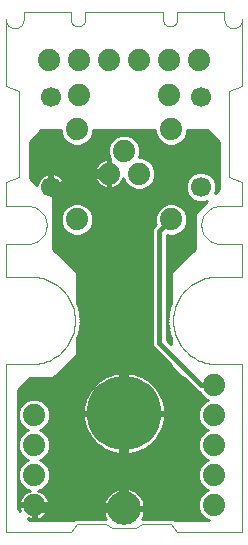
<source format=gtl>
G75*
%MOIN*%
%OFA0B0*%
%FSLAX24Y24*%
%IPPOS*%
%LPD*%
%AMOC8*
5,1,8,0,0,1.08239X$1,22.5*
%
%ADD10C,0.0000*%
%ADD11C,0.0740*%
%ADD12C,0.0669*%
%ADD13C,0.2480*%
%ADD14C,0.0320*%
%ADD15C,0.0100*%
%ADD16C,0.1122*%
%ADD17C,0.0160*%
D10*
X000100Y000100D02*
X000100Y005691D01*
X000946Y005691D01*
X000946Y005690D02*
X001022Y005692D01*
X001098Y005698D01*
X001174Y005708D01*
X001249Y005722D01*
X001323Y005740D01*
X001396Y005761D01*
X001468Y005787D01*
X001539Y005816D01*
X001607Y005849D01*
X001675Y005885D01*
X001740Y005925D01*
X001802Y005968D01*
X001863Y006015D01*
X001921Y006064D01*
X001976Y006117D01*
X002029Y006172D01*
X002078Y006230D01*
X002125Y006291D01*
X002168Y006353D01*
X002208Y006419D01*
X002244Y006486D01*
X002277Y006554D01*
X002306Y006625D01*
X002332Y006697D01*
X002353Y006770D01*
X002371Y006844D01*
X002385Y006919D01*
X002395Y006995D01*
X002401Y007071D01*
X002403Y007147D01*
X002401Y007223D01*
X002395Y007299D01*
X002385Y007375D01*
X002371Y007450D01*
X002353Y007524D01*
X002332Y007597D01*
X002306Y007669D01*
X002277Y007740D01*
X002244Y007808D01*
X002208Y007876D01*
X002168Y007941D01*
X002125Y008003D01*
X002078Y008064D01*
X002029Y008122D01*
X001976Y008177D01*
X001921Y008230D01*
X001863Y008279D01*
X001802Y008326D01*
X001740Y008369D01*
X001674Y008409D01*
X001607Y008445D01*
X001539Y008478D01*
X001468Y008507D01*
X001396Y008533D01*
X001323Y008554D01*
X001249Y008572D01*
X001174Y008586D01*
X001098Y008596D01*
X001022Y008602D01*
X000946Y008604D01*
X000100Y008604D01*
X000100Y009706D01*
X000828Y009706D01*
X000877Y009708D01*
X000927Y009714D01*
X000975Y009723D01*
X001023Y009737D01*
X001069Y009754D01*
X001114Y009775D01*
X001157Y009799D01*
X001198Y009826D01*
X001237Y009857D01*
X001273Y009891D01*
X001307Y009927D01*
X001338Y009966D01*
X001365Y010007D01*
X001389Y010050D01*
X001410Y010095D01*
X001427Y010141D01*
X001441Y010189D01*
X001450Y010237D01*
X001456Y010287D01*
X001458Y010336D01*
X001456Y010385D01*
X001450Y010435D01*
X001441Y010483D01*
X001427Y010531D01*
X001410Y010577D01*
X001389Y010622D01*
X001365Y010665D01*
X001338Y010706D01*
X001307Y010745D01*
X001273Y010781D01*
X001237Y010815D01*
X001198Y010846D01*
X001157Y010873D01*
X001114Y010897D01*
X001069Y010918D01*
X001023Y010935D01*
X000975Y010949D01*
X000927Y010958D01*
X000877Y010964D01*
X000828Y010966D01*
X000100Y010966D01*
X000100Y011754D01*
X000533Y011950D01*
X000533Y014785D01*
X000100Y014982D01*
X000100Y017187D01*
X000102Y017154D01*
X000107Y017121D01*
X000117Y017090D01*
X000129Y017059D01*
X000145Y017030D01*
X000164Y017003D01*
X000186Y016978D01*
X000211Y016956D01*
X000238Y016937D01*
X000267Y016921D01*
X000298Y016909D01*
X000329Y016899D01*
X000362Y016894D01*
X000395Y016892D01*
X000428Y016894D01*
X000461Y016899D01*
X000492Y016909D01*
X000523Y016921D01*
X000552Y016937D01*
X000579Y016956D01*
X000604Y016978D01*
X000626Y017003D01*
X000645Y017030D01*
X000661Y017059D01*
X000673Y017090D01*
X000683Y017121D01*
X000688Y017154D01*
X000690Y017187D01*
X000691Y017187D02*
X000691Y017423D01*
X002265Y017423D01*
X002265Y017187D01*
X002266Y017187D02*
X002268Y017157D01*
X002273Y017128D01*
X002283Y017100D01*
X002295Y017073D01*
X002311Y017048D01*
X002330Y017025D01*
X002352Y017005D01*
X002376Y016988D01*
X002402Y016973D01*
X002429Y016963D01*
X002458Y016955D01*
X002487Y016951D01*
X002517Y016951D01*
X002546Y016955D01*
X002575Y016963D01*
X002602Y016973D01*
X002628Y016988D01*
X002652Y017005D01*
X002674Y017025D01*
X002693Y017048D01*
X002709Y017073D01*
X002721Y017100D01*
X002731Y017128D01*
X002736Y017157D01*
X002738Y017187D01*
X002738Y017423D01*
X005336Y017423D01*
X005336Y017187D01*
X005338Y017157D01*
X005343Y017128D01*
X005353Y017100D01*
X005365Y017073D01*
X005381Y017048D01*
X005400Y017025D01*
X005422Y017005D01*
X005446Y016988D01*
X005472Y016973D01*
X005499Y016963D01*
X005528Y016955D01*
X005557Y016951D01*
X005587Y016951D01*
X005616Y016955D01*
X005645Y016963D01*
X005672Y016973D01*
X005698Y016988D01*
X005722Y017005D01*
X005744Y017025D01*
X005763Y017048D01*
X005779Y017073D01*
X005791Y017100D01*
X005801Y017128D01*
X005806Y017157D01*
X005808Y017187D01*
X005809Y017187D02*
X005809Y017423D01*
X007383Y017423D01*
X007383Y017187D01*
X007384Y017187D02*
X007386Y017154D01*
X007391Y017121D01*
X007401Y017090D01*
X007413Y017059D01*
X007429Y017030D01*
X007448Y017003D01*
X007470Y016978D01*
X007495Y016956D01*
X007522Y016937D01*
X007551Y016921D01*
X007582Y016909D01*
X007613Y016899D01*
X007646Y016894D01*
X007679Y016892D01*
X007712Y016894D01*
X007745Y016899D01*
X007776Y016909D01*
X007807Y016921D01*
X007836Y016937D01*
X007863Y016956D01*
X007888Y016978D01*
X007910Y017003D01*
X007929Y017030D01*
X007945Y017059D01*
X007957Y017090D01*
X007967Y017121D01*
X007972Y017154D01*
X007974Y017187D01*
X007974Y014982D01*
X007541Y014785D01*
X007541Y011950D01*
X007974Y011754D01*
X007974Y010966D01*
X007246Y010966D01*
X007197Y010964D01*
X007147Y010958D01*
X007099Y010949D01*
X007051Y010935D01*
X007005Y010918D01*
X006960Y010897D01*
X006917Y010873D01*
X006876Y010846D01*
X006837Y010815D01*
X006801Y010781D01*
X006767Y010745D01*
X006736Y010706D01*
X006709Y010665D01*
X006685Y010622D01*
X006664Y010577D01*
X006647Y010531D01*
X006633Y010483D01*
X006624Y010435D01*
X006618Y010385D01*
X006616Y010336D01*
X006618Y010287D01*
X006624Y010237D01*
X006633Y010189D01*
X006647Y010141D01*
X006664Y010095D01*
X006685Y010050D01*
X006709Y010007D01*
X006736Y009966D01*
X006767Y009927D01*
X006801Y009891D01*
X006837Y009857D01*
X006876Y009826D01*
X006917Y009799D01*
X006960Y009775D01*
X007005Y009754D01*
X007051Y009737D01*
X007099Y009723D01*
X007147Y009714D01*
X007197Y009708D01*
X007246Y009706D01*
X007974Y009706D01*
X007974Y008604D01*
X007128Y008604D01*
X007052Y008602D01*
X006976Y008596D01*
X006900Y008586D01*
X006825Y008572D01*
X006751Y008554D01*
X006678Y008533D01*
X006606Y008507D01*
X006535Y008478D01*
X006467Y008445D01*
X006400Y008409D01*
X006334Y008369D01*
X006272Y008326D01*
X006211Y008279D01*
X006153Y008230D01*
X006098Y008177D01*
X006045Y008122D01*
X005996Y008064D01*
X005949Y008003D01*
X005906Y007941D01*
X005866Y007876D01*
X005830Y007808D01*
X005797Y007740D01*
X005768Y007669D01*
X005742Y007597D01*
X005721Y007524D01*
X005703Y007450D01*
X005689Y007375D01*
X005679Y007299D01*
X005673Y007223D01*
X005671Y007147D01*
X005673Y007071D01*
X005679Y006995D01*
X005689Y006919D01*
X005703Y006844D01*
X005721Y006770D01*
X005742Y006697D01*
X005768Y006625D01*
X005797Y006554D01*
X005830Y006486D01*
X005866Y006419D01*
X005906Y006353D01*
X005949Y006291D01*
X005996Y006230D01*
X006045Y006172D01*
X006098Y006117D01*
X006153Y006064D01*
X006211Y006015D01*
X006272Y005968D01*
X006334Y005925D01*
X006399Y005885D01*
X006467Y005849D01*
X006535Y005816D01*
X006606Y005787D01*
X006678Y005761D01*
X006751Y005740D01*
X006825Y005722D01*
X006900Y005708D01*
X006976Y005698D01*
X007052Y005692D01*
X007128Y005690D01*
X007128Y005691D02*
X007974Y005691D01*
X007974Y000100D01*
X005809Y000100D01*
X005612Y000376D01*
X004628Y000376D01*
X004431Y000218D01*
X003643Y000218D01*
X003446Y000376D01*
X002462Y000376D01*
X002265Y000100D01*
X000100Y000100D01*
D11*
X001037Y001006D03*
X001037Y002006D03*
X001037Y003006D03*
X001037Y004006D03*
X002462Y010521D03*
X003537Y012049D03*
X004037Y012799D03*
X004537Y012049D03*
X005612Y013521D03*
X005537Y014667D03*
X005537Y015824D03*
X004537Y015824D03*
X003537Y015824D03*
X002537Y015824D03*
X002537Y014667D03*
X002462Y013521D03*
X001537Y015824D03*
X005612Y010521D03*
X006537Y015824D03*
X007037Y005006D03*
X007037Y004006D03*
X007037Y003006D03*
X007037Y002006D03*
X007037Y001006D03*
D12*
X006600Y011600D03*
X006600Y014600D03*
X001600Y014600D03*
X001600Y011600D03*
D13*
X004037Y004057D03*
D14*
X004037Y000887D02*
X001155Y000887D01*
X001037Y001006D01*
X004037Y000887D02*
X004037Y007427D01*
X001797Y009667D01*
X001797Y011403D01*
X002443Y012049D01*
X003537Y012049D01*
X001797Y011403D02*
X001600Y011600D01*
D15*
X001650Y011625D02*
X003272Y011625D01*
X003276Y011622D02*
X003346Y011587D01*
X003420Y011562D01*
X003498Y011550D01*
X003507Y011550D01*
X003507Y012019D01*
X003038Y012019D01*
X003038Y012010D01*
X003051Y011932D01*
X003075Y011857D01*
X003110Y011787D01*
X003157Y011724D01*
X003212Y011668D01*
X003276Y011622D01*
X003157Y011723D02*
X002047Y011723D01*
X002052Y011709D02*
X002029Y011778D01*
X001996Y011843D01*
X001953Y011902D01*
X001902Y011953D01*
X001843Y011996D01*
X001778Y012029D01*
X001709Y012052D01*
X001650Y012061D01*
X001650Y011650D01*
X001550Y011650D01*
X001550Y012061D01*
X001491Y012052D01*
X001422Y012029D01*
X001357Y011996D01*
X001298Y011953D01*
X001247Y011902D01*
X001204Y011843D01*
X001171Y011778D01*
X001148Y011709D01*
X001140Y011658D01*
X000887Y011911D01*
X000887Y013092D01*
X001281Y013486D01*
X001922Y013486D01*
X001922Y013414D01*
X002004Y013215D01*
X002156Y013063D01*
X002355Y012981D01*
X002570Y012981D01*
X002768Y013063D01*
X002920Y013215D01*
X003002Y013414D01*
X003002Y013486D01*
X005072Y013486D01*
X005072Y013414D01*
X005154Y013215D01*
X005306Y013063D01*
X005504Y012981D01*
X005719Y012981D01*
X005918Y013063D01*
X006070Y013215D01*
X006152Y013414D01*
X006152Y013486D01*
X006793Y013486D01*
X007187Y013092D01*
X007187Y011517D01*
X007059Y011390D01*
X007105Y011500D01*
X007105Y011700D01*
X007028Y011886D01*
X006886Y012028D01*
X006700Y012105D01*
X006500Y012105D01*
X006314Y012028D01*
X006172Y011886D01*
X006095Y011700D01*
X006095Y011500D01*
X006172Y011314D01*
X006314Y011172D01*
X006500Y011095D01*
X006700Y011095D01*
X006810Y011141D01*
X006399Y010730D01*
X006399Y009549D01*
X005612Y008761D01*
X005612Y007744D01*
X005551Y007610D01*
X005484Y007147D01*
X005551Y006684D01*
X005612Y006550D01*
X005612Y006359D01*
X005468Y006503D01*
X005468Y009996D01*
X005504Y009981D01*
X005719Y009981D01*
X005918Y010063D01*
X006070Y010215D01*
X006152Y010414D01*
X006152Y010629D01*
X006070Y010827D01*
X005918Y010979D01*
X005719Y011061D01*
X005504Y011061D01*
X005306Y010979D01*
X005154Y010827D01*
X005072Y010629D01*
X005072Y010414D01*
X005095Y010358D01*
X005076Y010339D01*
X005006Y010269D01*
X004968Y010177D01*
X004968Y006349D01*
X005006Y006258D01*
X005612Y005652D01*
X005612Y005612D01*
X006006Y005218D01*
X006046Y005218D01*
X006400Y004864D01*
X006470Y004794D01*
X006555Y004759D01*
X006579Y004700D01*
X006731Y004548D01*
X006833Y004506D01*
X006731Y004463D01*
X006579Y004311D01*
X006497Y004113D01*
X006497Y003898D01*
X006579Y003700D01*
X006731Y003548D01*
X006833Y003506D01*
X006731Y003463D01*
X006579Y003311D01*
X006497Y003113D01*
X006497Y002898D01*
X006579Y002700D01*
X006731Y002548D01*
X006833Y002506D01*
X006731Y002463D01*
X006579Y002311D01*
X006497Y002113D01*
X006497Y001898D01*
X006579Y001700D01*
X006731Y001548D01*
X006833Y001506D01*
X006731Y001463D01*
X006579Y001311D01*
X006497Y001113D01*
X006497Y000898D01*
X006579Y000700D01*
X006731Y000548D01*
X006862Y000494D01*
X005736Y000494D01*
X006861Y000494D01*
X006686Y000593D02*
X004661Y000593D01*
X004657Y000582D02*
X004692Y000665D01*
X004715Y000753D01*
X004726Y000837D01*
X004087Y000837D01*
X004087Y000937D01*
X004726Y000937D01*
X004715Y001022D01*
X004692Y001110D01*
X004657Y001193D01*
X004612Y001271D01*
X004557Y001343D01*
X004493Y001407D01*
X004421Y001462D01*
X004343Y001507D01*
X004259Y001542D01*
X004172Y001565D01*
X004087Y001577D01*
X004087Y000937D01*
X003987Y000937D01*
X003987Y000837D01*
X003348Y000837D01*
X003359Y000753D01*
X003382Y000665D01*
X003417Y000582D01*
X003438Y000546D01*
X003437Y000546D01*
X002517Y000546D01*
X002504Y000555D01*
X002448Y000546D01*
X002392Y000546D01*
X002381Y000534D01*
X002365Y000532D01*
X002338Y000494D01*
X000887Y000494D01*
X000830Y000551D01*
X000846Y000543D01*
X000920Y000519D01*
X000987Y000508D01*
X000987Y000956D01*
X000540Y000956D01*
X000551Y000889D01*
X000575Y000814D01*
X000583Y000798D01*
X000494Y000887D01*
X000494Y004824D01*
X000887Y005218D01*
X001675Y005218D01*
X002462Y006006D01*
X002462Y006550D01*
X002523Y006684D01*
X002523Y006684D01*
X002590Y007147D01*
X002590Y007147D01*
X002523Y007610D01*
X002462Y007744D01*
X002462Y008761D01*
X001675Y009549D01*
X001675Y011124D01*
X001658Y011140D01*
X001709Y011148D01*
X001778Y011171D01*
X001843Y011204D01*
X001902Y011247D01*
X001953Y011298D01*
X001996Y011357D01*
X002029Y011422D01*
X002052Y011491D01*
X002061Y011550D01*
X001650Y011550D01*
X001650Y011650D01*
X002061Y011650D01*
X002052Y011709D01*
X002007Y011822D02*
X003093Y011822D01*
X003054Y011920D02*
X001935Y011920D01*
X001799Y012019D02*
X003038Y012019D01*
X003038Y012079D02*
X003507Y012079D01*
X003507Y012548D01*
X003498Y012548D01*
X003420Y012535D01*
X003346Y012511D01*
X000887Y012511D01*
X000887Y012413D02*
X003195Y012413D01*
X003212Y012429D02*
X003157Y012374D01*
X003110Y012310D01*
X003075Y012240D01*
X003051Y012166D01*
X003038Y012088D01*
X003038Y012079D01*
X003043Y012117D02*
X000887Y012117D01*
X000887Y012019D02*
X001401Y012019D01*
X001550Y012019D02*
X001650Y012019D01*
X001650Y011920D02*
X001550Y011920D01*
X001550Y011822D02*
X001650Y011822D01*
X001650Y011723D02*
X001550Y011723D01*
X001666Y011132D02*
X006411Y011132D01*
X006256Y011231D02*
X001880Y011231D01*
X001976Y011329D02*
X006166Y011329D01*
X006125Y011428D02*
X002031Y011428D01*
X002057Y011526D02*
X004388Y011526D01*
X004430Y011509D02*
X004644Y011509D01*
X004843Y011591D01*
X004995Y011743D01*
X005077Y011941D01*
X005077Y012156D01*
X004995Y012355D01*
X004843Y012507D01*
X004644Y012589D01*
X004535Y012589D01*
X004577Y012691D01*
X004577Y012906D01*
X004495Y013105D01*
X004343Y013257D01*
X004144Y013339D01*
X003930Y013339D01*
X003731Y013257D01*
X003579Y013105D01*
X003497Y012906D01*
X003497Y012691D01*
X003567Y012522D01*
X003567Y012079D01*
X003507Y012079D01*
X003507Y012019D01*
X003567Y012019D01*
X003567Y011550D01*
X003576Y011550D01*
X003654Y011562D01*
X003728Y011587D01*
X003798Y011622D01*
X003862Y011668D01*
X003917Y011724D01*
X003964Y011787D01*
X003999Y011857D01*
X004014Y011901D01*
X004079Y011743D01*
X004231Y011591D01*
X004430Y011509D01*
X004198Y011625D02*
X003802Y011625D01*
X003917Y011723D02*
X004099Y011723D01*
X004047Y011822D02*
X003981Y011822D01*
X003567Y011822D02*
X003507Y011822D01*
X003507Y011920D02*
X003567Y011920D01*
X003567Y012019D02*
X003507Y012019D01*
X003507Y012117D02*
X003567Y012117D01*
X003567Y012216D02*
X003507Y012216D01*
X003507Y012314D02*
X003567Y012314D01*
X003567Y012413D02*
X003507Y012413D01*
X003507Y012511D02*
X003567Y012511D01*
X003531Y012610D02*
X000887Y012610D01*
X000887Y012708D02*
X003497Y012708D01*
X003497Y012807D02*
X000887Y012807D01*
X000887Y012905D02*
X003497Y012905D01*
X003537Y013004D02*
X002623Y013004D01*
X002807Y013102D02*
X003578Y013102D01*
X003675Y013201D02*
X002905Y013201D01*
X002955Y013299D02*
X003834Y013299D01*
X004240Y013299D02*
X005119Y013299D01*
X005079Y013398D02*
X002995Y013398D01*
X003346Y012511D02*
X003276Y012475D01*
X003212Y012429D01*
X003113Y012314D02*
X000887Y012314D01*
X000887Y012216D02*
X003067Y012216D01*
X003507Y011723D02*
X003567Y011723D01*
X003567Y011625D02*
X003507Y011625D01*
X002920Y010827D02*
X003002Y010629D01*
X003002Y010414D01*
X002920Y010215D01*
X002768Y010063D01*
X002570Y009981D01*
X002355Y009981D01*
X002156Y010063D01*
X002004Y010215D01*
X001922Y010414D01*
X001922Y010629D01*
X002004Y010827D01*
X002156Y010979D01*
X002355Y011061D01*
X002570Y011061D01*
X002768Y010979D01*
X002920Y010827D01*
X002911Y010837D02*
X005163Y010837D01*
X005117Y010738D02*
X002957Y010738D01*
X002998Y010640D02*
X005076Y010640D01*
X005072Y010541D02*
X003002Y010541D01*
X003002Y010443D02*
X005072Y010443D01*
X005081Y010344D02*
X002973Y010344D01*
X002932Y010246D02*
X004996Y010246D01*
X004968Y010147D02*
X002852Y010147D01*
X002732Y010049D02*
X004968Y010049D01*
X004968Y009950D02*
X001675Y009950D01*
X001675Y009852D02*
X004968Y009852D01*
X004968Y009753D02*
X001675Y009753D01*
X001675Y009655D02*
X004968Y009655D01*
X004968Y009556D02*
X001675Y009556D01*
X001766Y009458D02*
X004968Y009458D01*
X004968Y009359D02*
X001865Y009359D01*
X001963Y009261D02*
X004968Y009261D01*
X004968Y009162D02*
X002062Y009162D01*
X002160Y009064D02*
X004968Y009064D01*
X004968Y008965D02*
X002259Y008965D01*
X002357Y008867D02*
X004968Y008867D01*
X004968Y008768D02*
X002456Y008768D01*
X002462Y008670D02*
X004968Y008670D01*
X004968Y008571D02*
X002462Y008571D01*
X002462Y008473D02*
X004968Y008473D01*
X004968Y008374D02*
X002462Y008374D01*
X002462Y008276D02*
X004968Y008276D01*
X004968Y008177D02*
X002462Y008177D01*
X002462Y008079D02*
X004968Y008079D01*
X004968Y007980D02*
X002462Y007980D01*
X002462Y007882D02*
X004968Y007882D01*
X004968Y007783D02*
X002462Y007783D01*
X002489Y007685D02*
X004968Y007685D01*
X004968Y007586D02*
X002527Y007586D01*
X002523Y007610D02*
X002523Y007610D01*
X002541Y007488D02*
X004968Y007488D01*
X004968Y007389D02*
X002555Y007389D01*
X002569Y007291D02*
X004968Y007291D01*
X004968Y007192D02*
X002583Y007192D01*
X002582Y007094D02*
X004968Y007094D01*
X004968Y006995D02*
X002568Y006995D01*
X002554Y006897D02*
X004968Y006897D01*
X004968Y006798D02*
X002540Y006798D01*
X002526Y006700D02*
X004968Y006700D01*
X004968Y006601D02*
X002485Y006601D01*
X002462Y006503D02*
X004968Y006503D01*
X004968Y006404D02*
X002462Y006404D01*
X002462Y006306D02*
X004986Y006306D01*
X005057Y006207D02*
X002462Y006207D01*
X002462Y006109D02*
X005155Y006109D01*
X005254Y006010D02*
X002462Y006010D01*
X002368Y005912D02*
X005352Y005912D01*
X005451Y005813D02*
X002270Y005813D01*
X002171Y005715D02*
X005549Y005715D01*
X005612Y005616D02*
X002073Y005616D01*
X001974Y005518D02*
X005706Y005518D01*
X005805Y005419D02*
X004171Y005419D01*
X004104Y005426D02*
X004087Y005426D01*
X004087Y004107D01*
X003987Y004107D01*
X003987Y005426D01*
X003970Y005426D01*
X003836Y005412D01*
X003704Y005386D01*
X003575Y005347D01*
X003451Y005296D01*
X003332Y005232D01*
X003221Y005158D01*
X003117Y005072D01*
X003021Y004977D01*
X002936Y004873D01*
X002861Y004761D01*
X002798Y004643D01*
X002747Y004518D01*
X002708Y004390D01*
X002681Y004258D01*
X002668Y004124D01*
X002668Y004107D01*
X003987Y004107D01*
X003987Y004007D01*
X002668Y004007D01*
X002668Y003989D01*
X002681Y003856D01*
X002708Y003724D01*
X002747Y003595D01*
X002798Y003471D01*
X002861Y003352D01*
X002936Y003240D01*
X003021Y003136D01*
X003117Y003041D01*
X003221Y002956D01*
X003332Y002881D01*
X003451Y002818D01*
X003575Y002766D01*
X003704Y002727D01*
X003836Y002701D01*
X003970Y002688D01*
X003987Y002688D01*
X003987Y004007D01*
X004087Y004007D01*
X004087Y004107D01*
X005406Y004107D01*
X005406Y004124D01*
X005393Y004258D01*
X005366Y004390D01*
X005327Y004518D01*
X005276Y004643D01*
X005213Y004761D01*
X005138Y004873D01*
X005053Y004977D01*
X004957Y005072D01*
X004853Y005158D01*
X004742Y005232D01*
X004623Y005296D01*
X004499Y005347D01*
X004370Y005386D01*
X004238Y005412D01*
X004104Y005426D01*
X004087Y005419D02*
X003987Y005419D01*
X003903Y005419D02*
X001876Y005419D01*
X001777Y005321D02*
X003511Y005321D01*
X003317Y005222D02*
X001679Y005222D01*
X001343Y004463D02*
X001144Y004546D01*
X000930Y004546D01*
X000731Y004463D01*
X000579Y004311D01*
X000497Y004113D01*
X000497Y003898D01*
X000579Y003700D01*
X000731Y003548D01*
X000833Y003506D01*
X000731Y003463D01*
X000579Y003311D01*
X000497Y003113D01*
X000497Y002898D01*
X000579Y002700D01*
X000731Y002548D01*
X000833Y002506D01*
X000731Y002463D01*
X000579Y002311D01*
X000497Y002113D01*
X000497Y001898D01*
X000579Y001700D01*
X000731Y001548D01*
X000890Y001482D01*
X000846Y001468D01*
X000776Y001432D01*
X000712Y001386D01*
X000657Y001330D01*
X000610Y001267D01*
X000575Y001197D01*
X000551Y001122D01*
X000540Y001056D01*
X000987Y001056D01*
X000987Y000956D01*
X001087Y000956D01*
X001087Y001056D01*
X001534Y001056D01*
X001523Y001122D01*
X001499Y001197D01*
X001464Y001267D01*
X001417Y001330D01*
X001362Y001386D01*
X001298Y001432D01*
X001228Y001468D01*
X001184Y001482D01*
X001343Y001548D01*
X001495Y001700D01*
X001577Y001898D01*
X001577Y002113D01*
X001495Y002311D01*
X001343Y002463D01*
X001241Y002506D01*
X001343Y002548D01*
X001495Y002700D01*
X001577Y002898D01*
X001577Y003113D01*
X001495Y003311D01*
X001343Y003463D01*
X001241Y003506D01*
X001343Y003548D01*
X001495Y003700D01*
X001577Y003898D01*
X001577Y004113D01*
X001495Y004311D01*
X001343Y004463D01*
X001372Y004434D02*
X002721Y004434D01*
X002697Y004336D02*
X001471Y004336D01*
X001526Y004237D02*
X002679Y004237D01*
X002670Y004139D02*
X001566Y004139D01*
X001577Y004040D02*
X003987Y004040D01*
X003987Y003942D02*
X004087Y003942D01*
X004087Y004007D02*
X004087Y002688D01*
X004104Y002688D01*
X004238Y002701D01*
X004370Y002727D01*
X004499Y002766D01*
X004623Y002818D01*
X004742Y002881D01*
X004853Y002956D01*
X004957Y003041D01*
X005053Y003136D01*
X005138Y003240D01*
X005213Y003352D01*
X005276Y003471D01*
X005327Y003595D01*
X005366Y003724D01*
X005393Y003856D01*
X005406Y003989D01*
X005406Y004007D01*
X004087Y004007D01*
X004087Y004040D02*
X006497Y004040D01*
X006497Y003942D02*
X005401Y003942D01*
X005390Y003843D02*
X006520Y003843D01*
X006561Y003745D02*
X005371Y003745D01*
X005343Y003646D02*
X006633Y003646D01*
X006732Y003548D02*
X005308Y003548D01*
X005264Y003449D02*
X006717Y003449D01*
X006618Y003351D02*
X005212Y003351D01*
X005146Y003252D02*
X006555Y003252D01*
X006514Y003154D02*
X005067Y003154D01*
X004971Y003055D02*
X006497Y003055D01*
X006497Y002957D02*
X004854Y002957D01*
X004698Y002858D02*
X006514Y002858D01*
X006554Y002760D02*
X004476Y002760D01*
X004087Y002760D02*
X003987Y002760D01*
X003987Y002858D02*
X004087Y002858D01*
X004087Y002957D02*
X003987Y002957D01*
X003987Y003055D02*
X004087Y003055D01*
X004087Y003154D02*
X003987Y003154D01*
X003987Y003252D02*
X004087Y003252D01*
X004087Y003351D02*
X003987Y003351D01*
X003987Y003449D02*
X004087Y003449D01*
X004087Y003548D02*
X003987Y003548D01*
X003987Y003646D02*
X004087Y003646D01*
X004087Y003745D02*
X003987Y003745D01*
X003987Y003843D02*
X004087Y003843D01*
X004087Y004139D02*
X003987Y004139D01*
X003987Y004237D02*
X004087Y004237D01*
X004087Y004336D02*
X003987Y004336D01*
X003987Y004434D02*
X004087Y004434D01*
X004087Y004533D02*
X003987Y004533D01*
X003987Y004631D02*
X004087Y004631D01*
X004087Y004730D02*
X003987Y004730D01*
X003987Y004828D02*
X004087Y004828D01*
X004087Y004927D02*
X003987Y004927D01*
X003987Y005025D02*
X004087Y005025D01*
X004087Y005124D02*
X003987Y005124D01*
X003987Y005222D02*
X004087Y005222D01*
X004087Y005321D02*
X003987Y005321D01*
X004563Y005321D02*
X005903Y005321D01*
X006002Y005222D02*
X004757Y005222D01*
X004895Y005124D02*
X006140Y005124D01*
X006239Y005025D02*
X005005Y005025D01*
X005094Y004927D02*
X006337Y004927D01*
X006436Y004828D02*
X005168Y004828D01*
X005230Y004730D02*
X006567Y004730D01*
X006648Y004631D02*
X005281Y004631D01*
X005322Y004533D02*
X006768Y004533D01*
X006702Y004434D02*
X005353Y004434D01*
X005377Y004336D02*
X006603Y004336D01*
X006548Y004237D02*
X005395Y004237D01*
X005404Y004139D02*
X006508Y004139D01*
X006618Y002661D02*
X001456Y002661D01*
X001520Y002760D02*
X003598Y002760D01*
X003376Y002858D02*
X001560Y002858D01*
X001577Y002957D02*
X003220Y002957D01*
X003103Y003055D02*
X001577Y003055D01*
X001560Y003154D02*
X003007Y003154D01*
X002928Y003252D02*
X001519Y003252D01*
X001456Y003351D02*
X002863Y003351D01*
X002810Y003449D02*
X001357Y003449D01*
X001342Y003548D02*
X002766Y003548D01*
X002731Y003646D02*
X001441Y003646D01*
X001513Y003745D02*
X002703Y003745D01*
X002684Y003843D02*
X001554Y003843D01*
X001577Y003942D02*
X002673Y003942D01*
X002752Y004533D02*
X001176Y004533D01*
X000898Y004533D02*
X000494Y004533D01*
X000494Y004631D02*
X002793Y004631D01*
X002844Y004730D02*
X000494Y004730D01*
X000497Y004828D02*
X002906Y004828D01*
X002980Y004927D02*
X000596Y004927D01*
X000694Y005025D02*
X003069Y005025D01*
X003179Y005124D02*
X000793Y005124D01*
X000702Y004434D02*
X000494Y004434D01*
X000494Y004336D02*
X000603Y004336D01*
X000548Y004237D02*
X000494Y004237D01*
X000494Y004139D02*
X000508Y004139D01*
X000494Y004040D02*
X000497Y004040D01*
X000494Y003942D02*
X000497Y003942D01*
X000494Y003843D02*
X000520Y003843D01*
X000494Y003745D02*
X000561Y003745D01*
X000494Y003646D02*
X000633Y003646D01*
X000732Y003548D02*
X000494Y003548D01*
X000494Y003449D02*
X000717Y003449D01*
X000618Y003351D02*
X000494Y003351D01*
X000494Y003252D02*
X000555Y003252D01*
X000514Y003154D02*
X000494Y003154D01*
X000494Y003055D02*
X000497Y003055D01*
X000494Y002957D02*
X000497Y002957D01*
X000494Y002858D02*
X000514Y002858D01*
X000494Y002760D02*
X000554Y002760D01*
X000494Y002661D02*
X000618Y002661D01*
X000716Y002563D02*
X000494Y002563D01*
X000494Y002464D02*
X000733Y002464D01*
X000633Y002366D02*
X000494Y002366D01*
X000494Y002267D02*
X000561Y002267D01*
X000520Y002169D02*
X000494Y002169D01*
X000494Y002070D02*
X000497Y002070D01*
X000494Y001972D02*
X000497Y001972D01*
X000494Y001873D02*
X000507Y001873D01*
X000494Y001775D02*
X000548Y001775D01*
X000494Y001676D02*
X000603Y001676D01*
X000701Y001578D02*
X000494Y001578D01*
X000494Y001479D02*
X000880Y001479D01*
X000707Y001381D02*
X000494Y001381D01*
X000494Y001282D02*
X000621Y001282D01*
X000570Y001184D02*
X000494Y001184D01*
X000494Y001085D02*
X000545Y001085D01*
X000494Y000987D02*
X000987Y000987D01*
X000987Y000888D02*
X001087Y000888D01*
X001087Y000956D02*
X001087Y000508D01*
X001154Y000519D01*
X001228Y000543D01*
X001298Y000579D01*
X001362Y000625D01*
X001417Y000681D01*
X001464Y000744D01*
X001499Y000814D01*
X001523Y000889D01*
X001534Y000956D01*
X001087Y000956D01*
X001087Y000987D02*
X003354Y000987D01*
X003359Y001022D02*
X003348Y000937D01*
X003987Y000937D01*
X003987Y001577D01*
X003902Y001565D01*
X003815Y001542D01*
X003731Y001507D01*
X003653Y001462D01*
X003581Y001407D01*
X003517Y001343D01*
X003462Y001271D01*
X003417Y001193D01*
X003382Y001110D01*
X003359Y001022D01*
X003376Y001085D02*
X001529Y001085D01*
X001504Y001184D02*
X003413Y001184D01*
X003470Y001282D02*
X001453Y001282D01*
X001367Y001381D02*
X003555Y001381D01*
X003682Y001479D02*
X001194Y001479D01*
X001373Y001578D02*
X006701Y001578D01*
X006769Y001479D02*
X004392Y001479D01*
X004519Y001381D02*
X006648Y001381D01*
X006567Y001282D02*
X004604Y001282D01*
X004661Y001184D02*
X006526Y001184D01*
X006497Y001085D02*
X004698Y001085D01*
X004720Y000987D02*
X006497Y000987D01*
X006501Y000888D02*
X004087Y000888D01*
X004087Y000987D02*
X003987Y000987D01*
X003987Y001085D02*
X004087Y001085D01*
X004087Y001184D02*
X003987Y001184D01*
X003987Y001282D02*
X004087Y001282D01*
X004087Y001381D02*
X003987Y001381D01*
X003987Y001479D02*
X004087Y001479D01*
X003987Y000888D02*
X001523Y000888D01*
X001487Y000790D02*
X003354Y000790D01*
X003376Y000691D02*
X001425Y000691D01*
X001317Y000593D02*
X003413Y000593D01*
X002338Y000494D02*
X000887Y000494D01*
X000987Y000593D02*
X001087Y000593D01*
X001087Y000691D02*
X000987Y000691D01*
X000987Y000790D02*
X001087Y000790D01*
X001471Y001676D02*
X006603Y001676D01*
X006548Y001775D02*
X001526Y001775D01*
X001567Y001873D02*
X006507Y001873D01*
X006497Y001972D02*
X001577Y001972D01*
X001577Y002070D02*
X006497Y002070D01*
X006520Y002169D02*
X001554Y002169D01*
X001513Y002267D02*
X006561Y002267D01*
X006633Y002366D02*
X001441Y002366D01*
X001341Y002464D02*
X006733Y002464D01*
X006716Y002563D02*
X001358Y002563D01*
X000551Y000888D02*
X000494Y000888D01*
X004636Y000546D02*
X004657Y000582D01*
X004637Y000546D02*
X004636Y000546D01*
X004637Y000546D02*
X005557Y000546D01*
X005570Y000555D01*
X005626Y000546D01*
X005682Y000546D01*
X005693Y000534D01*
X005709Y000532D01*
X005736Y000494D01*
X006542Y000790D02*
X004720Y000790D01*
X004698Y000691D02*
X006588Y000691D01*
X005612Y006404D02*
X005567Y006404D01*
X005612Y006503D02*
X005468Y006503D01*
X005468Y006601D02*
X005589Y006601D01*
X005551Y006684D02*
X005551Y006684D01*
X005549Y006700D02*
X005468Y006700D01*
X005468Y006798D02*
X005534Y006798D01*
X005520Y006897D02*
X005468Y006897D01*
X005468Y006995D02*
X005506Y006995D01*
X005492Y007094D02*
X005468Y007094D01*
X005484Y007147D02*
X005484Y007147D01*
X005491Y007192D02*
X005468Y007192D01*
X005468Y007291D02*
X005505Y007291D01*
X005519Y007389D02*
X005468Y007389D01*
X005468Y007488D02*
X005533Y007488D01*
X005547Y007586D02*
X005468Y007586D01*
X005551Y007610D02*
X005551Y007610D01*
X005585Y007685D02*
X005468Y007685D01*
X005468Y007783D02*
X005612Y007783D01*
X005612Y007882D02*
X005468Y007882D01*
X005468Y007980D02*
X005612Y007980D01*
X005612Y008079D02*
X005468Y008079D01*
X005468Y008177D02*
X005612Y008177D01*
X005612Y008276D02*
X005468Y008276D01*
X005468Y008374D02*
X005612Y008374D01*
X005612Y008473D02*
X005468Y008473D01*
X005468Y008571D02*
X005612Y008571D01*
X005612Y008670D02*
X005468Y008670D01*
X005468Y008768D02*
X005618Y008768D01*
X005717Y008867D02*
X005468Y008867D01*
X005468Y008965D02*
X005815Y008965D01*
X005914Y009064D02*
X005468Y009064D01*
X005468Y009162D02*
X006012Y009162D01*
X006111Y009261D02*
X005468Y009261D01*
X005468Y009359D02*
X006209Y009359D01*
X006308Y009458D02*
X005468Y009458D01*
X005468Y009556D02*
X006399Y009556D01*
X006399Y009655D02*
X005468Y009655D01*
X005468Y009753D02*
X006399Y009753D01*
X006399Y009852D02*
X005468Y009852D01*
X005468Y009950D02*
X006399Y009950D01*
X006399Y010049D02*
X005882Y010049D01*
X006001Y010147D02*
X006399Y010147D01*
X006399Y010246D02*
X006082Y010246D01*
X006123Y010344D02*
X006399Y010344D01*
X006399Y010443D02*
X006152Y010443D01*
X006152Y010541D02*
X006399Y010541D01*
X006399Y010640D02*
X006147Y010640D01*
X006107Y010738D02*
X006407Y010738D01*
X006506Y010837D02*
X006060Y010837D01*
X005962Y010935D02*
X006604Y010935D01*
X006703Y011034D02*
X005786Y011034D01*
X005437Y011034D02*
X002637Y011034D01*
X002812Y010935D02*
X005262Y010935D01*
X004975Y011723D02*
X006105Y011723D01*
X006095Y011625D02*
X004876Y011625D01*
X004686Y011526D02*
X006095Y011526D01*
X006146Y011822D02*
X005027Y011822D01*
X005068Y011920D02*
X006206Y011920D01*
X006305Y012019D02*
X005077Y012019D01*
X005077Y012117D02*
X007187Y012117D01*
X007187Y012019D02*
X006895Y012019D01*
X006994Y011920D02*
X007187Y011920D01*
X007187Y011822D02*
X007054Y011822D01*
X007095Y011723D02*
X007187Y011723D01*
X007187Y011625D02*
X007105Y011625D01*
X007105Y011526D02*
X007187Y011526D01*
X007097Y011428D02*
X007075Y011428D01*
X006801Y011132D02*
X006789Y011132D01*
X007187Y012216D02*
X005052Y012216D01*
X005012Y012314D02*
X007187Y012314D01*
X007187Y012413D02*
X004937Y012413D01*
X004832Y012511D02*
X007187Y012511D01*
X007187Y012610D02*
X004543Y012610D01*
X004577Y012708D02*
X007187Y012708D01*
X007187Y012807D02*
X004577Y012807D01*
X004577Y012905D02*
X007187Y012905D01*
X007187Y013004D02*
X005773Y013004D01*
X005956Y013102D02*
X007177Y013102D01*
X007078Y013201D02*
X006055Y013201D01*
X006104Y013299D02*
X006980Y013299D01*
X006881Y013398D02*
X006145Y013398D01*
X005451Y013004D02*
X004537Y013004D01*
X004496Y013102D02*
X005267Y013102D01*
X005169Y013201D02*
X004399Y013201D01*
X002301Y013004D02*
X000887Y013004D01*
X000897Y013102D02*
X002118Y013102D01*
X002019Y013201D02*
X000996Y013201D01*
X001094Y013299D02*
X001970Y013299D01*
X001929Y013398D02*
X001193Y013398D01*
X001265Y011920D02*
X000887Y011920D01*
X000977Y011822D02*
X001193Y011822D01*
X001153Y011723D02*
X001075Y011723D01*
X001675Y011034D02*
X002288Y011034D01*
X002112Y010935D02*
X001675Y010935D01*
X001675Y010837D02*
X002014Y010837D01*
X001968Y010738D02*
X001675Y010738D01*
X001675Y010640D02*
X001927Y010640D01*
X001922Y010541D02*
X001675Y010541D01*
X001675Y010443D02*
X001922Y010443D01*
X001951Y010344D02*
X001675Y010344D01*
X001675Y010246D02*
X001992Y010246D01*
X002073Y010147D02*
X001675Y010147D01*
X001675Y010049D02*
X002192Y010049D01*
D16*
X004037Y000887D03*
D17*
X006612Y005006D02*
X005218Y006399D01*
X005218Y010128D01*
X005612Y010521D01*
X006612Y005006D02*
X007037Y005006D01*
M02*

</source>
